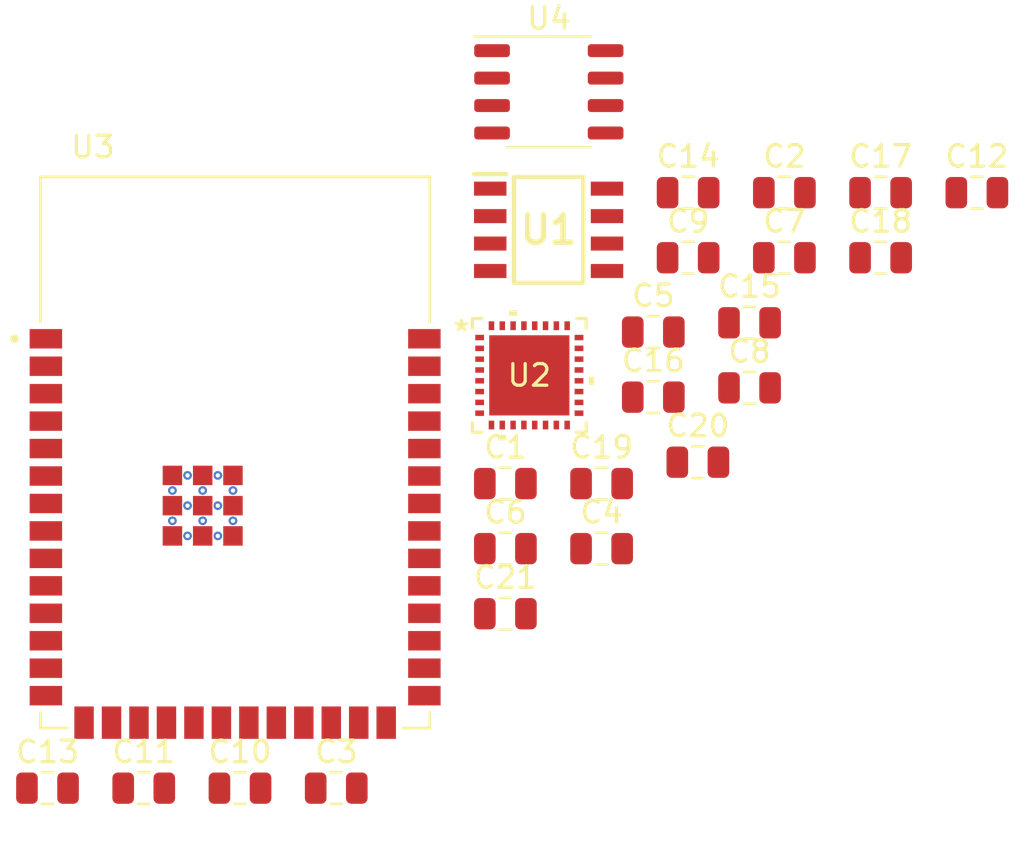
<source format=kicad_pcb>
(kicad_pcb (version 20211014) (generator pcbnew)
  (layers (0 "F.Cu" signal) (31 "B.Cu" signal) (34 "B.Paste" user) (35 "F.Paste" user) (36 "B.SilkS" user "B.Silkscreen") (37 "F.SilkS" user "F.Silkscreen") (38 "B.Mask" user) (39 "F.Mask" user) (44 "Edge.Cuts" user))
  (net 0 "")
  (net 1 "GND")
  (net 2 "VCC")
  (net 3 "+BATT")
  (net 4 "/TVDD")
  (net 5 "GNDREF")
  (net 14 "/AVDRV")
  (net 15 "Net-(C10-Pad2)")
  (net 16 "/VCOM")
  (net 17 "Net-(C14-Pad1)")
  (net 18 "Net-(C15-Pad1)")
  (net 27 "/SDIN1")
  (net 28 "/SDIN2")
  (net 29 "/LRCK")
  (net 30 "/BICK")
  (net 31 "/MCLK")
  (net 32 "/IN4N")
  (net 33 "/IN4P")
  (net 34 "/IN3N")
  (net 35 "/IN3P")
  (net 36 "/IN2N")
  (net 37 "/IN2P")
  (net 38 "/IN1N")
  (net 39 "/IN1P")
  (net 40 "/VSS1")
  (net 41 "/VREFL")
  (net 42 "/VREFH")
  (net 43 "/AOUT1L")
  (net 44 "/AOUT1R")
  (net 45 "/AOUT2L")
  (net 46 "/AOUT2R")
  (net 47 "/PDN")
  (net 48 "/CAD")
  (net 49 "/SCL")
  (net 50 "/SI")
  (net 51 "/SDA")
  (net 52 "/SDOUT1")
  (net 53 "/SDOUT2")
  (net 54 "/EPAD")
  (net 89 "Net-(R1-Pad1)")
  (net 90 "/D-")
  (net 91 "/D+")
  (footprint "Capacitor_SMD:C_0805_2012Metric" (layer "F.Cu") (at 145.577286 83.266947)
    (fp_text reference "C2" (at 0 -1.68) (layer "F.SilkS"))
    (fp_text value "1uF")
    (fp_line (start -0.261252 -0.735) (end 0.261252 -0.735) (layer "F.SilkS") (width 0.12))
    (fp_line (start -0.261252 0.735) (end 0.261252 0.735) (layer "F.SilkS") (width 0.12))
    (pad "1" smd roundrect (at -0.95 0) (size 1 1.45) (layers "F.Cu" "F.Paste" "F.Mask") (net 1 "GND"))
    (pad "2" smd roundrect (at 0.95 0) (size 1 1.45) (layers "F.Cu" "F.Paste" "F.Mask") (net 3 "+BATT"))
  )
  (footprint "Capacitor_SMD:C_0805_2012Metric" (layer "F.Cu") (at 150.027286 86.276947)
    (fp_text reference "C18" (at 0 -1.68) (layer "F.SilkS"))
    (fp_text value "1uF")
    (fp_line (start -0.261252 0.735) (end 0.261252 0.735) (layer "F.SilkS") (width 0.12))
    (fp_line (start -0.261252 -0.735) (end 0.261252 -0.735) (layer "F.SilkS") (width 0.12))
    (pad "1" smd roundrect (at -0.95 0) (size 1 1.45) (layers "F.Cu" "F.Paste" "F.Mask"))
    (pad "2" smd roundrect (at 0.95 0) (size 1 1.45) (layers "F.Cu" "F.Paste" "F.Mask"))
  )
  (footprint "AP7217A:SOIC127P600X175-8N" (layer "F.Cu") (at 134.677286 84.986947)
    (fp_text reference "U1" (at 0 0) (layer "F.SilkS") (effects (font (size 1.27 1.27) (thickness 0.254))))
    (fp_text value "AP7217A" hide)
    (fp_line (start -1.6 2.45) (end -1.6 -2.45) (layer "F.SilkS") (width 0.2))
    (fp_line (start -3.45 -2.58) (end -1.95 -2.58) (layer "F.SilkS") (width 0.2))
    (fp_line (start -1.6 -2.45) (end 1.6 -2.45) (layer "F.SilkS") (width 0.2))
    (fp_line (start 1.6 -2.45) (end 1.6 2.45) (layer "F.SilkS") (width 0.2))
    (fp_line (start 1.6 2.45) (end -1.6 2.45) (layer "F.SilkS") (width 0.2))
    (pad "1" smd rect (at -2.7 -1.905 90) (size 0.65 1.5) (layers "F.Cu" "F.Paste" "F.Mask") (net 1 "GND"))
    (pad "2" smd rect (at -2.7 -0.635 90) (size 0.65 1.5) (layers "F.Cu" "F.Paste" "F.Mask") (net 2 "VCC"))
    (pad "3" smd rect (at -2.7 0.635 90) (size 0.65 1.5) (layers "F.Cu" "F.Paste" "F.Mask") (net 1 "GND"))
    (pad "4" smd rect (at -2.7 1.905 90) (size 0.65 1.5) (layers "F.Cu" "F.Paste" "F.Mask") (net 3 "+BATT"))
    (pad "5" smd rect (at 2.7 1.905 90) (size 0.65 1.5) (layers "F.Cu" "F.Paste" "F.Mask") (net 1 "GND"))
    (pad "6" smd rect (at 2.7 0.635 90) (size 0.65 1.5) (layers "F.Cu" "F.Paste" "F.Mask") (net 89 "Net-(R1-Pad1)"))
    (pad "7" smd rect (at 2.7 -0.635 90) (size 0.65 1.5) (layers "F.Cu" "F.Paste" "F.Mask") (net 1 "GND"))
    (pad "8" smd rect (at 2.7 -1.905 90) (size 0.65 1.5) (layers "F.Cu" "F.Paste" "F.Mask") (net 3 "+BATT"))
  )
  (footprint "Capacitor_SMD:C_0805_2012Metric" (layer "F.Cu") (at 154.477286 83.266947)
    (fp_text reference "C12" (at 0 -1.68) (layer "F.SilkS"))
    (fp_text value "0.1uF")
    (fp_line (start -0.261252 0.735) (end 0.261252 0.735) (layer "F.SilkS") (width 0.12))
    (fp_line (start -0.261252 -0.735) (end 0.261252 -0.735) (layer "F.SilkS") (width 0.12))
    (pad "1" smd roundrect (at -0.95 0) (size 1 1.45) (layers "F.Cu" "F.Paste" "F.Mask") (net 1 "GND"))
    (pad "2" smd roundrect (at 0.95 0) (size 1 1.45) (layers "F.Cu" "F.Paste" "F.Mask") (net 2 "VCC"))
  )
  (footprint "ESP32-S3 Module:XCVR_ESP32S3WROOM1N8R8" (layer "F.Cu") (at 120.182286 95.286947)
    (fp_text reference "U3" (at -6.575 -14.135) (layer "F.SilkS"))
    (fp_text value "ESP32-S3-WROOM-1-N8R8")
    (fp_line (start -9 12.75) (end -7.755 12.75) (layer "F.SilkS") (width 0.127))
    (fp_line (start -9 -6.03) (end -9 -12.75) (layer "F.SilkS") (width 0.127))
    (fp_line (start 9 12.02) (end 9 12.75) (layer "F.SilkS") (width 0.127))
    (fp_line (start -9 -12.75) (end 9 -12.75) (layer "F.SilkS") (width 0.127))
    (fp_line (start 9 12.75) (end 7.755 12.75) (layer "F.SilkS") (width 0.127))
    (fp_line (start 9 -12.75) (end 9 -6.03) (layer "F.SilkS") (width 0.127))
    (fp_line (start -9 12.02) (end -9 12.75) (layer "F.SilkS") (width 0.127))
    (fp_circle (center -10.2 -5.26) (end -10.1 -5.26) (layer "F.SilkS") (width 0.2) (fill none))
    (pad "1" smd rect (at -8.75 -5.26) (size 1.5 0.9) (layers "F.Cu" "F.Paste" "F.Mask") (net 1 "GND"))
    (pad "2" smd rect (at -8.75 -3.99) (size 1.5 0.9) (layers "F.Cu" "F.Paste" "F.Mask") (net 2 "VCC"))
    (pad "3" smd rect (at -8.75 -2.72) (size 1.5 0.9) (layers "F.Cu" "F.Paste" "F.Mask") (net 15 "Net-(C10-Pad2)"))
    (pad "4" smd rect (at -8.75 -1.45) (size 1.5 0.9) (layers "F.Cu" "F.Paste" "F.Mask"))
    (pad "5" smd rect (at -8.75 -0.18) (size 1.5 0.9) (layers "F.Cu" "F.Paste" "F.Mask"))
    (pad "6" smd rect (at -8.75 1.09) (size 1.5 0.9) (layers "F.Cu" "F.Paste" "F.Mask"))
    (pad "7" smd rect (at -8.75 2.36) (size 1.5 0.9) (layers "F.Cu" "F.Paste" "F.Mask"))
    (pad "8" smd rect (at -8.75 3.63) (size 1.5 0.9) (layers "F.Cu" "F.Paste" "F.Mask"))
    (pad "9" smd rect (at -8.75 4.9) (size 1.5 0.9) (layers "F.Cu" "F.Paste" "F.Mask"))
    (pad "10" smd rect (at -8.75 6.17) (size 1.5 0.9) (layers "F.Cu" "F.Paste" "F.Mask"))
    (pad "11" smd rect (at -8.75 7.44) (size 1.5 0.9) (layers "F.Cu" "F.Paste" "F.Mask"))
    (pad "12" smd rect (at -8.75 8.71) (size 1.5 0.9) (layers "F.Cu" "F.Paste" "F.Mask"))
    (pad "13" smd rect (at -8.75 9.98) (size 1.5 0.9) (layers "F.Cu" "F.Paste" "F.Mask") (net 90 "/D-"))
    (pad "14" smd rect (at -8.75 11.25) (size 1.5 0.9) (layers "F.Cu" "F.Paste" "F.Mask") (net 91 "/D+"))
    (pad "15" smd rect (at -6.985 12.5) (size 0.9 1.5) (layers "F.Cu" "F.Paste" "F.Mask"))
    (pad "16" smd rect (at -5.715 12.5) (size 0.9 1.5) (layers "F.Cu" "F.Paste" "F.Mask"))
    (pad "17" smd rect (at -4.445 12.5) (size 0.9 1.5) (layers "F.Cu" "F.Paste" "F.Mask"))
    (pad "18" smd rect (at -3.175 12.5) (size 0.9 1.5) (layers "F.Cu" "F.Paste" "F.Mask"))
    (pad "19" smd rect (at -1.905 12.5) (size 0.9 1.5) (layers "F.Cu" "F.Paste" "F.Mask"))
    (pad "20" smd rect (at -0.635 12.5) (size 0.9 1.5) (layers "F.Cu" "F.Paste" "F.Mask"))
    (pad "21" smd rect (at 0.635 12.5) (size 0.9 1.5) (layers "F.Cu" "F.Paste" "F.Mask"))
    (pad "22" smd rect (at 1.905 12.5) (size 0.9 1.5) (layers "F.Cu" "F.Paste" "F.Mask"))
    (pad "23" smd rect (at 3.175 12.5) (size 0.9 1.5) (layers "F.Cu" "F.Paste" "F.Mask"))
    (pad "24" smd rect (at 4.445 12.5) (size 0.9 1.5) (layers "F.Cu" "F.Paste" "F.Mask"))
    (pad "25" smd rect (at 5.715 12.5) (size 0.9 1.5) (layers "F.Cu" "F.Paste" "F.Mask"))
    (pad "26" smd rect (at 6.985 12.5) (size 0.9 1.5) (layers "F.Cu" "F.Paste" "F.Mask"))
    (pad "27" smd rect (at 8.75 11.25) (size 1.5 0.9) (layers "F.Cu" "F.Paste" "F.Mask"))
    (pad "28" smd rect (at 8.75 9.98) (size 1.5 0.9) (layers "F.Cu" "F.Paste" "F.Mask"))
    (pad "29" smd rect (at 8.75 8.71) (size 1.5 0.9) (layers "F.Cu" "F.Paste" "F.Mask"))
    (pad "30" smd rect (at 8.75 7.44) (size 1.5 0.9) (layers "F.Cu" "F.Paste" "F.Mask"))
    (pad "31" smd rect (at 8.75 6.17) (size 1.5 0.9) (layers "F.Cu" "F.Paste" "F.Mask"))
    (pad "32" smd rect (at 8.75 4.9) (size 1.5 0.9) (layers "F.Cu" "F.Paste" "F.Mask"))
    (pad "33" smd rect (at 8.75 3.63) (size 1.5 0.9) (layers "F.Cu" "F.Paste" "F.Mask"))
    (pad "34" smd rect (at 8.75 2.36) (size 1.5 0.9) (layers "F.Cu" "F.Paste" "F.Mask"))
    (pad "35" smd rect (at 8.75 1.09) (size 1.5 0.9) (layers "F.Cu" "F.Paste" "F.Mask"))
    (pad "36" smd rect (at 8.75 -0.18) (size 1.5 0.9) (layers "F.Cu" "F.Paste" "F.Mask"))
    (pad "37" smd rect (at 8.75 -1.45) (size 1.5 0.9) (layers "F.Cu" "F.Paste" "F.Mask"))
    (pad "38" smd rect (at 8.75 -2.72) (size 1.5 0.9) (layers "F.Cu" "F.Paste" "F.Mask"))
    (pad "39" smd rect (at 8.75 -3.99) (size 1.5 0.9) (layers "F.Cu" "F.Paste" "F.Mask"))
    (pad "40" smd rect (at 8.75 -5.26) (size 1.5 0.9) (layers "F.Cu" "F.Paste" "F.Mask") (net 1 "GND"))
    (pad "41_1" smd rect (at -1.5 2.46) (size 0.9 0.9) (layers "F.Cu" "F.Paste" "F.Mask") (net 1 "GND"))
    (pad "41_2" smd rect (at -2.9 2.46) (size 0.9 0.9) (layers "F.Cu" "F.Paste" "F.Mask") (net 1 "GND"))
    (pad "41_3" smd rect (at -0.1 2.46) (size 0.9 0.9) (layers "F.Cu" "F.Paste" "F.Mask") (net 1 "GND"))
    (pad "41_4" smd rect (at -2.9 3.86) (size 0.9 0.9) (layers "F.Cu" "F.Paste" "F.Mask") (net 1 "GND"))
    (pad "41_5" smd rect (at -1.5 3.86) (size 0.9 0.9) (layers "F.Cu" "F.Paste" "F.Mask") (net 1 "GND"))
    (pad "41_6" smd rect (at -0.1 3.86) (size 0.9 0.9) (layers "F.Cu" "F.Paste" "F.Mask") (net 1 "GND"))
    (pad "41_7" smd rect (at -2.9 1.06) (size 0.9 0.9) (layers "F.Cu" "F.Paste" "F.Mask") (net 1 "GND"))
    (pad "41_8" smd rect (at -1.5 1.06) (size 0.9 0.9) (layers "F.Cu" "F.Paste" "F.Mask") (net 1 "GND"))
    (pad "41_9" smd rect (at -0.1 1.06) (size 0.9 0.9) (layers "F.Cu" "F.Paste" "F.Mask") (net 1 "GND"))
    (pad "41_10" thru_hole circle (at -1.5 1.76) (size 0.4 0.4) (drill 0.2) (layers *.Cu))
    (pad "41_11" thru_hole circle (at -2.9 1.76) (size 0.4 0.4) (drill 0.2) (layers *.Cu))
    (pad "41_12" thru_hole circle (at -0.1 1.76) (size 0.4 0.4) (drill 0.2) (layers *.Cu))
    (pad "41_13" thru_hole circle (at -2.9 3.16) (size 0.4 0.4) (drill 0.2) (layers *.Cu))
    (pad "41_14" thru_hole circle (at -1.5 3.16) (size 0.4 0.4) (drill 0.2) (layers *.Cu))
    (pad "41_15" thru_hole circle (at -0.1 3.16) (size 0.4 0.4) (drill 0.2) (layers *.Cu))
    (pad "41_16" thru_hole circle (at -2.2 1.06) (size 0.4 0.4) (drill 0.2) (layers *.Cu))
    (pad "41_17" thru_hole circle (at -0.8 1.06) (size 0.4 0.4) (drill 0.2) (layers *.Cu))
    (pad "41_18" thru_hole circle (at -2.2 2.46) (size 0.4 0.4) (drill 0.2) (layers *.Cu))
    (pad "41_19" thru_hole circle (at -0.8 2.46) (size 0.4 0.4) (drill 0.2) (layers *.Cu))
    (pad "41_20" thru_hole circle (at -2.2 3.86) (size 0.4 0.4) (drill 0.2) (layers *.Cu))
    (pad "41_21" thru_hole circle (at -0.8 3.86) (size 0.4 0.4) (drill 0.2) (layers *.Cu))
  )
  (footprint "Package_SO:SOP-8_3.9x4.9mm_P1.27mm" (layer "F.Cu") (at 134.686807 78.602133)
    (fp_text reference "U4" (at 0 -3.4) (layer "F.SilkS"))
    (fp_text value "TP4056")
    (fp_line (start 0 -2.56) (end -3.45 -2.56) (layer "F.SilkS") (width 0.12))
    (fp_line (start 0 -2.56) (end 1.95 -2.56) (layer "F.SilkS") (width 0.12))
    (fp_line (start 0 2.56) (end -1.95 2.56) (layer "F.SilkS") (width 0.12))
    (fp_line (start 0 2.56) (end 1.95 2.56) (layer "F.SilkS") (width 0.12))
    (pad "1" smd roundrect (at -2.625 -1.905) (size 1.65 0.6) (layers "F.Cu" "F.Paste" "F.Mask"))
    (pad "2" smd roundrect (at -2.625 -0.635) (size 1.65 0.6) (layers "F.Cu" "F.Paste" "F.Mask"))
    (pad "3" smd roundrect (at -2.625 0.635) (size 1.65 0.6) (layers "F.Cu" "F.Paste" "F.Mask"))
    (pad "4" smd roundrect (at -2.625 1.905) (size 1.65 0.6) (layers "F.Cu" "F.Paste" "F.Mask"))
    (pad "5" smd roundrect (at 2.625 1.905) (size 1.65 0.6) (layers "F.Cu" "F.Paste" "F.Mask"))
    (pad "6" smd roundrect (at 2.625 0.635) (size 1.65 0.6) (layers "F.Cu" "F.Paste" "F.Mask"))
    (pad "7" smd roundrect (at 2.625 -0.635) (size 1.65 0.6) (layers "F.Cu" "F.Paste" "F.Mask"))
    (pad "8" smd roundrect (at 2.625 -1.905) (size 1.65 0.6) (layers "F.Cu" "F.Paste" "F.Mask"))
  )
  (footprint "Capacitor_SMD:C_0805_2012Metric" (layer "F.Cu") (at 124.857286 110.816947)
    (fp_text reference "C3" (at 0 -1.68) (layer "F.SilkS"))
    (fp_text value "10uF")
    (fp_line (start -0.261252 0.735) (end 0.261252 0.735) (layer "F.SilkS") (width 0.12))
    (fp_line (start -0.261252 -0.735) (end 0.261252 -0.735) (layer "F.SilkS") (width 0.12))
    (pad "1" smd roundrect (at -0.95 0) (size 1 1.45) (layers "F.Cu" "F.Paste" "F.Mask") (net 4 "/TVDD"))
    (pad "2" smd roundrect (at 0.95 0) (size 1 1.45) (layers "F.Cu" "F.Paste" "F.Mask") (net 5 "GNDREF"))
  )
  (footprint "Capacitor_SMD:C_0805_2012Metric" (layer "F.Cu") (at 132.677286 99.736947)
    (fp_text reference "C6" (at 0 -1.68) (layer "F.SilkS"))
    (fp_text value "1uF")
    (fp_line (start -0.261252 -0.735) (end 0.261252 -0.735) (layer "F.SilkS") (width 0.12))
    (fp_line (start -0.261252 0.735) (end 0.261252 0.735) (layer "F.SilkS") (width 0.12))
    (pad "1" smd roundrect (at -0.95 0) (size 1 1.45) (layers "F.Cu" "F.Paste" "F.Mask"))
    (pad "2" smd roundrect (at 0.95 0) (size 1 1.45) (layers "F.Cu" "F.Paste" "F.Mask"))
  )
  (footprint "Capacitor_SMD:C_0805_2012Metric" (layer "F.Cu") (at 143.967286 92.296947)
    (fp_text reference "C8" (at 0 -1.68) (layer "F.SilkS"))
    (fp_text value "0.1uF")
    (fp_line (start -0.261252 -0.735) (end 0.261252 -0.735) (layer "F.SilkS") (width 0.12))
    (fp_line (start -0.261252 0.735) (end 0.261252 0.735) (layer "F.SilkS") (width 0.12))
    (pad "1" smd roundrect (at -0.95 0) (size 1 1.45) (layers "F.Cu" "F.Paste" "F.Mask") (net 5 "GNDREF"))
    (pad "2" smd roundrect (at 0.95 0) (size 1 1.45) (layers "F.Cu" "F.Paste" "F.Mask") (net 4 "/TVDD"))
  )
  (footprint "Capacitor_SMD:C_0805_2012Metric" (layer "F.Cu") (at 141.127286 86.276947)
    (fp_text reference "C9" (at 0 -1.68) (layer "F.SilkS"))
    (fp_text value "2.2uF")
    (fp_line (start -0.261252 0.735) (end 0.261252 0.735) (layer "F.SilkS") (width 0.12))
    (fp_line (start -0.261252 -0.735) (end 0.261252 -0.735) (layer "F.SilkS") (width 0.12))
    (pad "1" smd roundrect (at -0.95 0) (size 1 1.45) (layers "F.Cu" "F.Paste" "F.Mask") (net 5 "GNDREF"))
    (pad "2" smd roundrect (at 0.95 0) (size 1 1.45) (layers "F.Cu" "F.Paste" "F.Mask") (net 14 "/AVDRV"))
  )
  (footprint "Capacitor_SMD:C_0805_2012Metric" (layer "F.Cu") (at 137.127286 99.736947)
    (fp_text reference "C4" (at 0 -1.68) (layer "F.SilkS"))
    (fp_text value "1uF")
    (fp_line (start -0.261252 0.735) (end 0.261252 0.735) (layer "F.SilkS") (width 0.12))
    (fp_line (start -0.261252 -0.735) (end 0.261252 -0.735) (layer "F.SilkS") (width 0.12))
    (pad "1" smd roundrect (at -0.95 0) (size 1 1.45) (layers "F.Cu" "F.Paste" "F.Mask"))
    (pad "2" smd roundrect (at 0.95 0) (size 1 1.45) (layers "F.Cu" "F.Paste" "F.Mask"))
  )
  (footprint "Capacitor_SMD:C_0805_2012Metric" (layer "F.Cu") (at 139.517286 92.726947)
    (fp_text reference "C16" (at 0 -1.68) (layer "F.SilkS"))
    (fp_text value "1uF")
    (fp_line (start -0.261252 0.735) (end 0.261252 0.735) (layer "F.SilkS") (width 0.12))
    (fp_line (start -0.261252 -0.735) (end 0.261252 -0.735) (layer "F.SilkS") (width 0.12))
    (pad "1" smd roundrect (at -0.95 0) (size 1 1.45) (layers "F.Cu" "F.Paste" "F.Mask"))
    (pad "2" smd roundrect (at 0.95 0) (size 1 1.45) (layers "F.Cu" "F.Paste" "F.Mask"))
  )
  (footprint "Capacitor_SMD:C_0805_2012Metric" (layer "F.Cu") (at 132.677286 102.746947)
    (fp_text reference "C21" (at 0 -1.68) (layer "F.SilkS"))
    (fp_text value "0.1uF")
    (fp_line (start -0.261252 -0.735) (end 0.261252 -0.735) (layer "F.SilkS") (width 0.12))
    (fp_line (start -0.261252 0.735) (end 0.261252 0.735) (layer "F.SilkS") (width 0.12))
    (pad "1" smd roundrect (at -0.95 0) (size 1 1.45) (layers "F.Cu" "F.Paste" "F.Mask") (net 1 "GND"))
    (pad "2" smd roundrect (at 0.95 0) (size 1 1.45) (layers "F.Cu" "F.Paste" "F.Mask") (net 18 "Net-(C15-Pad1)"))
  )
  (footprint "Capacitor_SMD:C_0805_2012Metric" (layer "F.Cu") (at 150.027286 83.266947)
    (fp_text reference "C17" (at 0 -1.68) (layer "F.SilkS"))
    (fp_text value "1uF")
    (fp_line (start -0.261252 -0.735) (end 0.261252 -0.735) (layer "F.SilkS") (width 0.12))
    (fp_line (start -0.261252 0.735) (end 0.261252 0.735) (layer "F.SilkS") (width 0.12))
    (pad "1" smd roundrect (at -0.95 0) (size 1 1.45) (layers "F.Cu" "F.Paste" "F.Mask"))
    (pad "2" smd roundrect (at 0.95 0) (size 1 1.45) (layers "F.Cu" "F.Paste" "F.Mask"))
  )
  (footprint "Capacitor_SMD:C_0805_2012Metric" (layer "F.Cu") (at 145.577286 86.276947)
    (fp_text reference "C7" (at 0 -1.68) (layer "F.SilkS"))
    (fp_text value "1uF")
    (fp_line (start -0.261252 0.735) (end 0.261252 0.735) (layer "F.SilkS") (width 0.12))
    (fp_line (start -0.261252 -0.735) (end 0.261252 -0.735) (layer "F.SilkS") (width 0.12))
    (pad "1" smd roundrect (at -0.95 0) (size 1 1.45) (layers "F.Cu" "F.Paste" "F.Mask"))
    (pad "2" smd roundrect (at 0.95 0) (size 1 1.45) (layers "F.Cu" "F.Paste" "F.Mask"))
  )
  (footprint "Capacitor_SMD:C_0805_2012Metric" (layer "F.Cu") (at 120.407286 110.816947)
    (fp_text reference "C10" (at 0 -1.68) (layer "F.SilkS"))
    (fp_text value "1uF")
    (fp_line (start -0.261252 0.735) (end 0.261252 0.735) (layer "F.SilkS") (width 0.12))
    (fp_line (start -0.261252 -0.735) (end 0.261252 -0.735) (layer "F.SilkS") (width 0.12))
    (pad "1" smd roundrect (at -0.95 0) (size 1 1.45) (layers "F.Cu" "F.Paste" "F.Mask") (net 1 "GND"))
    (pad "2" smd roundrect (at 0.95 0) (size 1 1.45) (layers "F.Cu" "F.Paste" "F.Mask") (net 15 "Net-(C10-Pad2)"))
  )
  (footprint "Capacitor_SMD:C_0805_2012Metric" (layer "F.Cu") (at 111.507286 110.816947)
    (fp_text reference "C13" (at 0 -1.68) (layer "F.SilkS"))
    (fp_text value "2.2uF")
    (fp_line (start -0.261252 0.735) (end 0.261252 0.735) (layer "F.SilkS") (width 0.12))
    (fp_line (start -0.261252 -0.735) (end 0.261252 -0.735) (layer "F.SilkS") (width 0.12))
    (pad "1" smd roundrect (at -0.95 0) (size 1 1.45) (layers "F.Cu" "F.Paste" "F.Mask") (net 1 "GND"))
    (pad "2" smd roundrect (at 0.95 0) (size 1 1.45) (layers "F.Cu" "F.Paste" "F.Mask") (net 16 "/VCOM"))
  )
  (footprint "Capacitor_SMD:C_0805_2012Metric" (layer "F.Cu") (at 137.127286 96.726947)
    (fp_text reference "C19" (at 0 -1.68) (layer "F.SilkS"))
    (fp_text value "1uF")
    (fp_line (start -0.261252 0.735) (end 0.261252 0.735) (layer "F.SilkS") (width 0.12))
    (fp_line (start -0.261252 -0.735) (end 0.261252 -0.735) (layer "F.SilkS") (width 0.12))
    (pad "1" smd roundrect (at -0.95 0) (size 1 1.45) (layers "F.Cu" "F.Paste" "F.Mask"))
    (pad "2" smd roundrect (at 0.95 0) (size 1 1.45) (layers "F.Cu" "F.Paste" "F.Mask"))
  )
  (footprint "AK4619VN:AK4619VN_AKM" (layer "F.Cu") (at 133.784386 91.719947)
    (fp_text reference "U2" (at 0 0 unlocked) (layer "F.SilkS"))
    (fp_text value "AK4619VN")
    (fp_text user "*" (at -3.135 -2 unlocked) (layer "F.SilkS"))
    (fp_text user "*" (at -3.135 -2) (layer "F.SilkS"))
    (fp_line (start 2.6289 -2.6289) (end 2.183757 -2.6289) (layer "F.SilkS") (width 0.1524))
    (fp_line (start -2.6289 -2.6289) (end -2.6289 -2.183757) (layer "F.SilkS") (width 0.1524))
    (fp_line (start -2.6289 2.6289) (end -2.183757 2.6289) (layer "F.SilkS") (width 0.1524))
    (fp_line (start 2.183757 2.6289) (end 2.6289 2.6289) (layer "F.SilkS") (width 0.1524))
    (fp_line (start -2.183757 -2.6289) (end -2.6289 -2.6289) (layer "F.SilkS") (width 0.1524))
    (fp_line (start 2.6289 2.6289) (end 2.6289 2.183757) (layer "F.SilkS") (width 0.1524))
    (fp_line (start -2.6289 2.183757) (end -2.6289 2.6289) (layer "F.SilkS") (width 0.1524))
    (fp_line (start 2.6289 -2.183757) (end 2.6289 -2.6289) (layer "F.SilkS") (width 0.1524))
    (fp_poly (pts (xy 3.008 0.059499) (xy 3.008 0.4405) (xy 2.754 0.4405) (xy 2.754 0.059499)) (layer "F.SilkS") (width 0) (fill solid))
    (fp_poly (pts (xy -0.940501 -2.754) (xy -0.940501 -3.008) (xy -0.559501 -3.008) (xy -0.559501 -2.754)) (layer "F.SilkS") (width 0) (fill solid))
    (fp_poly (pts (xy -1.4405 2.754) (xy -1.4405 3.008) (xy -1.0595 3.008) (xy -1.0595 2.754)) (layer "F.SilkS") (width 0) (fill solid))
    (pad "1" smd rect (at -2.2968 -1.749999 90) (size 0.254 0.4064) (layers "F.Cu" "F.Paste" "F.Mask") (net 27 "/SDIN1"))
    (pad "2" smd rect (at -2.2968 -1.25 90) (size 0.254 0.4064) (layers "F.Cu" "F.Paste" "F.Mask") (net 28 "/SDIN2"))
    (pad "3" smd rect (at -2.2968 -0.750001 90) (size 0.254 0.4064) (layers "F.Cu" "F.Paste" "F.Mask") (net 4 "/TVDD"))
    (pad "4" smd rect (at -2.2968 -0.25 90) (size 0.254 0.4064) (layers "F.Cu" "F.Paste" "F.Mask") (net 5 "GNDREF"))
    (pad "5" smd rect (at -2.2968 0.25 90) (size 0.254 0.4064) (layers "F.Cu" "F.Paste" "F.Mask") (net 14 "/AVDRV"))
    (pad "6" smd rect (at -2.2968 0.750001 90) (size 0.254 0.4064) (layers "F.Cu" "F.Paste" "F.Mask") (net 29 "/LRCK"))
    (pad "7" smd rect (at -2.2968 1.25 90) (size 0.254 0.4064) (layers "F.Cu" "F.Paste" "F.Mask") (net 30 "/BICK"))
    (pad "8" smd rect (at -2.2968 1.749999 90) (size 0.254 0.4064) (layers "F.Cu" "F.Paste" "F.Mask") (net 31 "/MCLK"))
    (pad "9" smd rect (at -1.749999 2.2968) (size 0.254 0.4064) (layers "F.Cu" "F.Paste" "F.Mask") (net 32 "/IN4N"))
    (pad "10" smd rect (at -1.25 2.2968) (size 0.254 0.4064) (layers "F.Cu" "F.Paste" "F.Mask") (net 33 "/IN4P"))
    (pad "11" smd rect (at -0.750001 2.2968) (size 0.254 0.4064) (layers "F.Cu" "F.Paste" "F.Mask") (net 34 "/IN3N"))
    (pad "12" smd rect (at -0.25 2.2968) (size 0.254 0.4064) (layers "F.Cu" "F.Paste" "F.Mask") (net 35 "/IN3P"))
    (pad "13" smd rect (at 0.25 2.2968) (size 0.254 0.4064) (layers "F.Cu" "F.Paste" "F.Mask") (net 36 "/IN2N"))
    (pad "14" smd rect (at 0.750001 2.2968) (size 0.254 0.4064) (layers "F.Cu" "F.Paste" "F.Mask") (net 37 "/IN2P"))
    (pad "15" smd rect (at 1.25 2.2968) (size 0.254 0.4064) (layers "F.Cu" "F.Paste" "F.Mask") (net 38 "/IN1N"))
    (pad "16" smd rect (at 1.749999 2.2968) (size 0.254 0.4064) (layers "F.Cu" "F.Paste" "F.Mask") (net 39 "/IN1P"))
    (pad "17" smd rect (at 2.2968 1.749999 90) (size 0.254 0.4064) (layers "F.Cu" "F.Paste" "F.Mask") (net 16 "/VCOM"))
    (pad "18" smd rect (at 2.2968 1.25 90) (size 0.254 0.4064) (layers "F.Cu" "F.Paste" "F.Mask") (net 1 "GND"))
    (pad "19" smd rect (at 2.2968 0.750001 90) (size 0.254 0.4064) (layers "F.Cu" "F.Paste" "F.Mask") (net 40 "/VSS1"))
    (pad "20" smd rect (at 2.2968 0.25 90) (size 0.254 0.4064) (layers "F.Cu" "F.Paste" "F.Mask") (net 41 "/VREFL"))
    (pad "21" smd rect (at 2.2968 -0.25 90) (size 0.254 0.4064) (layers "F.Cu" "F.Paste" "F.Mask") (net 42 "/VREFH"))
    (pad "22" smd rect (at 2.2968 -0.750001 90) (size 0.254 0.4064) (layers "F.Cu" "F.Paste" "F.Mask") (net 43 "/AOUT1L"))
    (pad "23" smd rect (at 2.2968 -1.25 90) (size 0.254 0.4064) (layers "F.Cu" "F.Paste" "F.Mask") (net 44 "/AOUT1R"))
    (pad "24" smd rect (at 2.2968 -1.749999 90) (size 0.254 0.4064) (layers "F.Cu" "F.Paste" "F.Mask") (net 45 "/AOUT2L"))
    (pad "25" smd rect (at 1.749999 -2.2968) (size 0.254 0.4064) (layers "F.Cu" "F.Paste" "F.Mask") (net 46 "/AOUT2R"))
    (pad "26" smd rect (at 1.25 -2.2968) (size 0.254 0.4064) (layers "F.Cu" "F.Paste" "F.Mask") (net 47 "/PDN"))
    (pad "27" smd rect (at 0.750001 -2.2968) (size 0.254 0.4064) (layers "F.Cu" "F.Paste" "F.Mask") (net 48 "/CAD"))
    (pad "28" smd rect (at 0.25 -2.2968) (size 0.254 0.4064) (layers "F.Cu" "F.Paste" "F.Mask") (net 49 "/SCL"))
    (pad "29" smd rect (at -0.25 -2.2968) (size 0.254 0.4064) (layers "F.Cu" "F.Paste" "F.Mask") (net 50 "/SI"))
    (pad "30" smd rect (at -0.750001 -2.2968) (size 0.254 0.4064) (layers "F.Cu" "F.Paste" "F.Mask") (net 51 "/SDA"))
    (pad "31" smd rect (at -1.25 -2.2968) (size 0.254 0.4064) (layers "F.Cu" "F.Paste" "F.Mask") (net 52 "/SDOUT1"))
    (pad "32" smd rect (at -1.749999 -2.2968) (size 0.254 0.4064) (layers "F.Cu" "F.Paste" "F.Mask") (net 53 "/SDOUT2"))
    (pad "33" smd rect (at 0 0) (size 3.7084 3.7084) (layers "F.Cu" "F.Mask") (net 54 "/EPAD"))
  )
  (footprint "Capacitor_SMD:C_0805_2012Metric" (layer "F.Cu") (at 141.577286 95.736947)
    (fp_text reference "C20" (at 0 -1.68) (layer "F.SilkS"))
    (fp_text value "0.1uF")
    (fp_line (start -0.261252 -0.735) (end 0.261252 -0.735) (layer "F.SilkS") (width 0.12))
    (fp_line (start -0.261252 0.735) (end 0.261252 0.735) (layer "F.SilkS") (width 0.12))
    (pad "1" smd roundrect (at -0.95 0) (size 1 1.45) (layers "F.Cu" "F.Paste" "F.Mask") (net 1 "GND"))
    (pad "2" smd roundrect (at 0.95 0) (size 1 1.45) (layers "F.Cu" "F.Paste" "F.Mask") (net 17 "Net-(C14-Pad1)"))
  )
  (footprint "Capacitor_SMD:C_0805_2012Metric" (layer "F.Cu") (at 143.967286 89.286947)
    (fp_text reference "C15" (at 0 -1.68) (layer "F.SilkS"))
    (fp_text value "10uF")
    (fp_line (start -0.261252 0.735) (end 0.261252 0.735) (layer "F.SilkS") (width 0.12))
    (fp_line (start -0.261252 -0.735) (end 0.261252 -0.735) (layer "F.SilkS") (width 0.12))
    (pad "1" smd roundrect (at -0.95 0) (size 1 1.45) (layers "F.Cu" "F.Paste" "F.Mask") (net 18 "Net-(C15-Pad1)"))
    (pad "2" smd roundrect (at 0.95 0) (size 1 1.45) (layers "F.Cu" "F.Paste" "F.Mask") (net 1 "GND"))
  )
  (footprint "Capacitor_SMD:C_0805_2012Metric" (layer "F.Cu") (at 139.517286 89.716947)
    (fp_text reference "C5" (at 0 -1.68) (layer "F.SilkS"))
    (fp_text value "1uF")
    (fp_line (start -0.261252 -0.735) (end 0.261252 -0.735) (layer "F.SilkS") (width 0.12))
    (fp_line (start -0.261252 0.735) (end 0.261252 0.735) (layer "F.SilkS") (width 0.12))
    (pad "1" smd roundrect (at -0.95 0) (size 1 1.45) (layers "F.Cu" "F.Paste" "F.Mask"))
    (pad "2" smd roundrect (at 0.95 0) (size 1 1.45) (layers "F.Cu" "F.Paste" "F.Mask"))
  )
  (footprint "Capacitor_SMD:C_0805_2012Metric" (layer "F.Cu") (at 141.127286 83.266947)
    (fp_text reference "C14" (at 0 -1.68) (layer "F.SilkS"))
    (fp_text value "10uF")
    (fp_line (start -0.261252 0.735) (end 0.261252 0.735) (layer "F.SilkS") (width 0.12))
    (fp_line (start -0.261252 -0.735) (end 0.261252 -0.735) (layer "F.SilkS") (width 0.12))
    (pad "1" smd roundrect (at -0.95 0) (size 1 1.45) (layers "F.Cu" "F.Paste" "F.Mask") (net 17 "Net-(C14-Pad1)"))
    (pad "2" smd roundrect (at 0.95 0) (size 1 1.45) (layers "F.Cu" "F.Paste" "F.Mask") (net 1 "GND"))
  )
  (footprint "Capacitor_SMD:C_0805_2012Metric" (layer "F.Cu") (at 115.957286 110.816947)
    (fp_text reference "C11" (at 0 -1.68) (layer "F.SilkS"))
    (fp_text value "2.2uF")
    (fp_line (start -0.261252 0.735) (end 0.261252 0.735) (layer "F.SilkS") (width 0.12))
    (fp_line (start -0.261252 -0.735) (end 0.261252 -0.735) (layer "F.SilkS") (width 0.12))
    (pad "1" smd roundrect (at -0.95 0) (size 1 1.45) (layers "F.Cu" "F.Paste" "F.Mask") (net 1 "GND"))
    (pad "2" smd roundrect (at 0.95 0) (size 1 1.45) (layers "F.Cu" "F.Paste" "F.Mask") (net 2 "VCC"))
  )
  (footprint "Capacitor_SMD:C_0805_2012Metric" (layer "F.Cu") (at 132.677286 96.726947)
    (fp_text reference "C1" (at 0 -1.68) (layer "F.SilkS"))
    (fp_text value "1uF")
    (fp_line (start -0.261252 0.735) (end 0.261252 0.735) (layer "F.SilkS") (width 0.12))
    (fp_line (start -0.261252 -0.735) (end 0.261252 -0.735) (layer "F.SilkS") (width 0.12))
    (pad "1" smd roundrect (at -0.95 0) (size 1 1.45) (layers "F.Cu" "F.Paste" "F.Mask") (net 1 "GND"))
    (pad "2" smd roundrect (at 0.95 0) (size 1 1.45) (layers "F.Cu" "F.Paste" "F.Mask") (net 2 "VCC"))
  )
)
</source>
